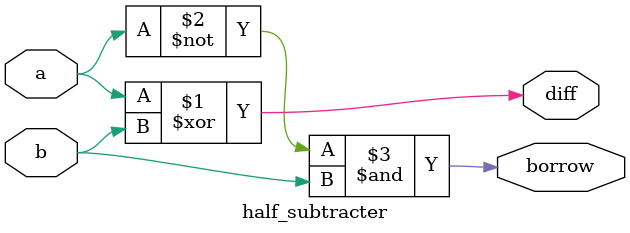
<source format=sv>
`timescale 1ns / 1ps


module half_subtracter(
    input a, b,
    output diff, borrow
    );
    assign diff = a ^ b;
    assign borrow = (~a) & b;
endmodule

</source>
